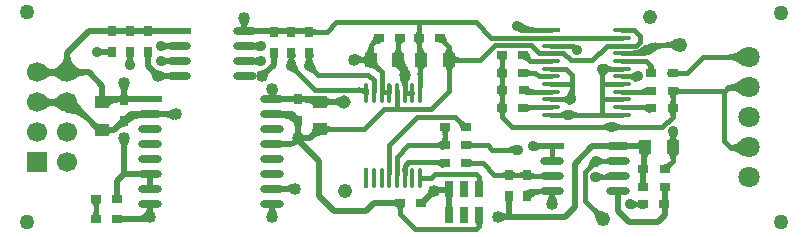
<source format=gtl>
%FSTAX23Y23*%
%MOIN*%
%SFA1B1*%

%IPPOS*%
%ADD10C,0.020000*%
%ADD11C,0.015000*%
%ADD12R,0.035400X0.031500*%
%ADD13R,0.031500X0.035400*%
%ADD14R,0.080000X0.024000*%
%ADD15O,0.080000X0.024000*%
%ADD16R,0.041300X0.051200*%
%ADD17R,0.051200X0.041300*%
%ADD18O,0.060000X0.015000*%
%ADD19R,0.060000X0.015000*%
%ADD20O,0.080000X0.025000*%
%ADD21O,0.015700X0.066900*%
%ADD22R,0.015700X0.066900*%
%ADD23R,0.027600X0.057100*%
%ADD24C,0.066900*%
%ADD25R,0.066900X0.066900*%
%ADD26C,0.050000*%
%ADD27C,0.048000*%
%ADD28C,0.070900*%
%ADD29C,0.035000*%
%ADD30C,0.045000*%
%ADD31C,0.040000*%
%LNcn0349-1*%
%LPD*%
G54D10*
X01628Y00076D02*
D01*
D01*
G75*
G03X01645Y00069I00017J00017D01*
G74*G01*
D01*
D01*
G75*
G03X01628Y00061I-0J-00023D01*
G74*G01*
X00538Y00402D02*
D01*
D01*
G75*
G03X00521Y0041I-00017J-00017D01*
G74*G01*
D01*
D01*
G75*
G03X00538Y00417I0J00023D01*
G74*G01*
X00503Y00643D02*
D01*
D01*
G75*
G03X00516Y00638I00012J00012D01*
G74*G01*
D01*
D01*
G75*
G03X00503Y00632I0J-00018D01*
G74*G01*
X00288Y00623D02*
D01*
D01*
G75*
G03X00303Y00617I00015J00015D01*
G74*G01*
X00504Y00593D02*
D01*
D01*
G75*
G03X00517Y00588I00012J00012D01*
G74*G01*
D01*
D01*
G75*
G03X00504Y00582I0J-00018D01*
G74*G01*
X00494Y00545D02*
D01*
D01*
G75*
G03X00511Y00538I00017J00017D01*
G74*G01*
D01*
D01*
G75*
G03X00494Y0053I-0J-00023D01*
G74*G01*
X00477Y00538D02*
D01*
D01*
G75*
G03X0047Y00553I-00021J-0D01*
G74*G01*
X00468Y00555D02*
D01*
D01*
G75*
G03X00487Y00548I00018J00018D01*
G74*G01*
X00388Y0058D02*
D01*
D01*
G75*
G03X00394Y00593I-00012J00012D01*
G74*G01*
D01*
D01*
G75*
G03X00399Y0058I00018J0D01*
G74*G01*
X00419Y00061D02*
D01*
D01*
G75*
G03X00452Y00075I0J00047D01*
G74*G01*
D01*
D01*
G75*
G03X0046Y00092I-00017J00017D01*
G74*G01*
D01*
D01*
G75*
G03X00467Y00075I00023J-0D01*
G74*G01*
X00876Y00488D02*
D01*
D01*
G75*
G03X00869Y00472I00016J-00016D01*
G74*G01*
Y0047D02*
D01*
D01*
G75*
G03X00861Y00488I-00025J0D01*
G74*G01*
Y00076D02*
D01*
D01*
G75*
G03X00869Y00094I-00017J00018D01*
G74*G01*
Y00092D02*
D01*
D01*
G75*
G03X00876Y00076I00022J-0D01*
G74*G01*
X00954Y00322D02*
D01*
D01*
G75*
G03X00936Y00314I0J-00024D01*
G74*G01*
X00782Y00722D02*
D01*
D01*
G75*
G03X00775Y00705I00017J-00017D01*
G74*G01*
D01*
D01*
G75*
G03X00767Y00722I-00023J0D01*
G74*G01*
X01148Y006D02*
D01*
D01*
G75*
G03X01167Y00592I00019J00019D01*
G74*G01*
X01162D02*
D01*
D01*
G75*
G03X01148Y00585I-0J-00020D01*
G74*G01*
X00382Y00507D02*
D01*
D01*
G75*
G03X00374Y00488I00019J-00019D01*
G74*G01*
Y00493D02*
D01*
D01*
G75*
G03X00367Y00507I-00020J0D01*
G74*G01*
X00382Y00322D02*
D01*
D01*
G75*
G03X00375Y00305I00017J-00017D01*
G74*G01*
D01*
D01*
G75*
G03X00367Y00322I-00023J0D01*
G74*G01*
X00914Y00161D02*
D01*
D01*
G75*
G03X00935Y0017I0J00030D01*
G74*G01*
X01098Y00443D02*
D01*
D01*
G75*
G03X01075Y00452I-00022J-00022D01*
G74*G01*
X01078D02*
D01*
D01*
G75*
G03X01098Y0046I-0J00028D01*
G74*G01*
X00101Y00466D02*
D01*
D01*
G75*
G03X00141Y0045I00040J00040D01*
G74*G01*
D01*
D01*
G75*
G03X00101Y00433I-0J-00056D01*
G74*G01*
Y00566D02*
D01*
D01*
G75*
G03X00141Y0055I00040J00040D01*
G74*G01*
D01*
D01*
G75*
G03X00101Y00533I-0J-00056D01*
G74*G01*
X00216Y00433D02*
D01*
D01*
G75*
G03X00185Y00446I-00031J-00031D01*
G74*G01*
X0025Y00399D02*
D01*
D01*
G75*
G03X00185Y00426I-00065J-00065D01*
G74*G01*
X00168Y00433D02*
D01*
D01*
G75*
G03X00128Y0045I-00040J-00040D01*
G74*G01*
D01*
D01*
G75*
G03X00168Y00466I0J00056D01*
G74*G01*
X00201Y00566D02*
D01*
D01*
G75*
G03X00241Y0055I00040J00040D01*
G74*G01*
D01*
D01*
G75*
G03X00201Y00533I-0J-00056D01*
G74*G01*
X00168Y00566D02*
D01*
D01*
G75*
G03X00185Y00606I-00040J00040D01*
G74*G01*
D01*
D01*
G75*
G03X00201Y00566I00056J-0D01*
G74*G01*
X00168Y00533D02*
D01*
D01*
G75*
G03X00128Y0055I-00040J-00040D01*
G74*G01*
D01*
D01*
G75*
G03X00168Y00566I0J00056D01*
G74*G01*
X02103Y00232D02*
D01*
D01*
G75*
G03X02108Y00244I-00012J00012D01*
G74*G01*
X02119Y00288D02*
D01*
D01*
G75*
G03X02108Y0026I00027J-00027D01*
G74*G01*
X02104Y00298D02*
D01*
D01*
G75*
G03X0209Y00304I-00013J-00013D01*
G74*G01*
X02081D02*
D01*
D01*
G75*
G03X02104Y00313I-0J00032D01*
G74*G01*
X00857Y00688D02*
D01*
D01*
G75*
G03X00868Y00692I0J00016D01*
G74*G01*
X00877D02*
D01*
D01*
G75*
G03X00888Y00688I00011J00011D01*
G74*G01*
X00354Y0046D02*
D01*
D01*
G75*
G03X00313Y00443I0J-00058D01*
G74*G01*
X00293Y00458D02*
D01*
D01*
G75*
G03X00301Y00476I-00017J00018D01*
G74*G01*
D01*
D01*
G75*
G03X00308Y00458I00025J0D01*
G74*G01*
X0027Y00379D02*
D01*
D01*
G75*
G03X00296Y00368I00025J00024D01*
G74*G01*
X00313Y00365D02*
D01*
D01*
G75*
G03X00331Y00358I00018J00017D01*
G74*G01*
D01*
D01*
G75*
G03X00313Y0035I0J-00025D01*
G74*G01*
X00438Y0041D02*
D01*
D01*
G75*
G03X00378Y00385I-0J-00084D01*
G74*G01*
X00374Y00379D02*
D01*
D01*
G75*
G03X00355Y00371I0J-00025D01*
G74*G01*
X00374Y00394D02*
D01*
D01*
G75*
G03X00387Y004I0J00018D01*
G74*G01*
X0104Y0046D02*
D01*
D01*
G75*
G03X01058Y00452I00018J00018D01*
G74*G01*
D01*
D01*
G75*
G03X0104Y00445I0J-00025D01*
G74*G01*
X01015D02*
D01*
D01*
G75*
G03X00979Y0046I-00036J-00036D01*
G74*G01*
X01023Y00349D02*
D01*
D01*
G75*
G03X01001Y0034I0J-00030D01*
G74*G01*
X01006Y00345D02*
D01*
D01*
G75*
G03X01012Y0036I-00014J00014D01*
G74*G01*
X0095Y00387D02*
D01*
D01*
G75*
G03X00895Y0041I-00055J-00055D01*
G74*G01*
X00941Y00402D02*
D01*
D01*
G75*
G03X00955Y00396I00013J00013D01*
G74*G01*
X01188Y00584D02*
D01*
D01*
G75*
G03X0117Y00592I-00018J-00017D01*
G74*G01*
D01*
D01*
G75*
G03X01188Y00599I-0J00026D01*
G74*G01*
X00975Y00688D02*
D01*
D01*
G75*
G03X00986Y00692I0J00016D01*
G74*G01*
X00916Y00688D02*
D01*
D01*
G75*
G03X00927Y00692I0J00016D01*
G74*G01*
X00936D02*
D01*
D01*
G75*
G03X00947Y00688I00011J00011D01*
G74*G01*
X01408Y00157D02*
X01457D01*
X01365Y00114D02*
X01366D01*
X01408Y00156*
Y00157*
X00954Y00325D02*
X01025Y00254D01*
Y00137D02*
Y00254D01*
Y00137D02*
X01075Y00087D01*
X01181*
X01208Y00114*
X02108Y00303D02*
X02109Y00304D01*
X02108Y00227D02*
Y00303D01*
Y00227D02*
X02112Y00223D01*
X01106Y00452D02*
X01107Y00452D01*
X01028Y00452D02*
X01106D01*
X01845Y00069D02*
X01876Y001D01*
X01621Y00069D02*
X01845D01*
X01658Y00069D02*
Y00137D01*
X01294Y00113D02*
X01294Y00114D01*
X01208D02*
X01294D01*
X01457Y00069D02*
Y00157D01*
X00954Y00332D02*
X00993D01*
X01021Y0036*
X00955Y00333D02*
Y00389D01*
X00941Y00161D02*
X00943Y00163D01*
X0087Y00161D02*
X00941D01*
X00869Y0016D02*
X0087Y00161D01*
X00869Y00494D02*
X00871Y00496D01*
X00869Y0046D02*
Y00494D01*
X00873Y00575D02*
Y00614D01*
X00845Y00547D02*
X00873Y00575D01*
X00373Y0021D02*
X00375D01*
X00351Y00188D02*
X00373Y0021D01*
X00351Y00127D02*
Y00188D01*
X00375Y0021D02*
X0046D01*
X00375D02*
Y0033D01*
X00374Y0046D02*
X0046D01*
X00301D02*
X00374D01*
Y00504*
Y00458D02*
Y0046D01*
Y00504D02*
X00375Y00505D01*
X00283Y00618D02*
X00284Y00617D01*
X00335*
X01934Y00304D02*
X02021D01*
X01142Y00592D02*
X01196D01*
X00776Y00688D02*
X00989D01*
X00775Y00689D02*
X00776Y00688D01*
X00871Y00616D02*
X00873Y00614D01*
X00775Y00689D02*
Y0073D01*
X00934Y0041D02*
X00955Y00389D01*
X00869Y0041D02*
X00934D01*
X00955Y0046D02*
X0102D01*
X00869D02*
X00955D01*
X0102D02*
X01028Y00452D01*
X00869Y00072D02*
Y0011D01*
X00483Y00533D02*
Y00541D01*
X00453Y00571D02*
X00483Y00541D01*
X00453Y00571D02*
Y00617D01*
X00256Y00687D02*
X00335D01*
X00185Y00616D02*
X00256Y00687D01*
X00185Y0055D02*
Y00616D01*
X00335Y00688D02*
X00556D01*
X00452Y00061D02*
X0046Y00069D01*
Y0016D02*
Y0021D01*
X00085Y0055D02*
X00185D01*
X00301Y00358D02*
X00342D01*
X00372Y00388D02*
Y00391D01*
X00342Y00358D02*
X00372Y00388D01*
X00374Y00387D02*
X00396Y0041D01*
X00301Y00458D02*
Y00505D01*
X00351Y00061D02*
X00452D01*
X0046Y00068D02*
Y0011D01*
X00394Y00575D02*
Y00617D01*
X00488Y00538D02*
X00556D01*
X00499Y00588D02*
X00556D01*
X00335Y00687D02*
X00335Y00688D01*
X00498Y00638D02*
X00556D01*
X00085Y0045D02*
X00185D01*
X002D02*
X00301Y00349D01*
X00185Y0045D02*
X002D01*
X00396Y0041D02*
X00462D01*
X00256Y0055D02*
X00301Y00505D01*
X00185Y0055D02*
X00256D01*
X02021Y00304D02*
X02109D01*
X02176Y0011D02*
Y00169D01*
X02175Y0011D02*
X02176Y0011D01*
X02105Y00169D02*
Y00228D01*
X02021Y00087D02*
Y00154D01*
Y00087D02*
X02057Y00051D01*
X02153*
X02176Y00074*
Y0011*
X00869Y0031D02*
X00932D01*
X01876Y001D02*
Y00246D01*
X01934Y00304*
X0046Y0041D02*
X00546D01*
G54D11*
X01976Y0057D02*
D01*
D01*
G75*
G03X01993Y00563I00017J00017D01*
G74*G01*
D01*
D01*
G75*
G03X01976Y00556I0J-00024D01*
G74*G01*
D01*
D01*
G75*
G03X01969Y00538I00017J-00017D01*
G74*G01*
D01*
D01*
G75*
G03X01961Y00556I-00024J-0D01*
G74*G01*
X02068Y00117D02*
D01*
D01*
G75*
G03X02085Y0011I00017J00017D01*
G74*G01*
D01*
D01*
G75*
G03X02068Y00102I-0J-00023D01*
G74*G01*
X02078Y00529D02*
D01*
D01*
G75*
G03X0206Y00537I-00018J-00018D01*
G74*G01*
X02063D02*
D01*
D01*
G75*
G03X02078Y00544I0J00022D01*
G74*G01*
X01745Y00311D02*
D01*
D01*
G75*
G03X01762Y00304I00017J00017D01*
G74*G01*
D01*
D01*
G75*
G03X01745Y00296I-0J-00023D01*
G74*G01*
X01849Y00402D02*
D01*
D01*
G75*
G03X01832Y00409I-00017J-00017D01*
G74*G01*
D01*
D01*
G75*
G03X01849Y00416I0J00023D01*
G74*G01*
X01864D02*
D01*
D01*
G75*
G03X01881Y00409I00017J00017D01*
G74*G01*
D01*
D01*
G75*
G03X01864Y00402I-0J-00023D01*
G74*G01*
X01678Y00285D02*
D01*
D01*
G75*
G03X01661Y00293I-00017J-00017D01*
G74*G01*
D01*
D01*
G75*
G03X01678Y003I0J00023D01*
G74*G01*
Y00285D02*
D01*
D01*
G75*
G03X01661Y00293I-00017J-00017D01*
G74*G01*
D01*
D01*
G75*
G03X01678Y003I0J00023D01*
G74*G01*
X01857Y00453D02*
D01*
D01*
G75*
G03X01841Y0046I-00016J-00016D01*
G74*G01*
X0184D02*
D01*
D01*
G75*
G03X01857Y00468I0J00025D01*
G74*G01*
D01*
D01*
G75*
G03X01866Y00487I-00019J00019D01*
G74*G01*
Y00482D02*
D01*
D01*
G75*
G03X01872Y00468I00020J-0D01*
G74*G01*
X01946Y00244D02*
D01*
D01*
G75*
G03X01928Y00236I0J-00024D01*
G74*G01*
D01*
D01*
G75*
G03X01936Y00254I-00017J00017D01*
G74*G01*
X01953Y00261D02*
D01*
D01*
G75*
G03X0197Y00254I00017J00017D01*
G74*G01*
D01*
D01*
G75*
G03X01953Y00246I-0J-00023D01*
G74*G01*
X01993Y00361D02*
D01*
D01*
G75*
G03X01976Y00369I-00017J-00017D01*
G74*G01*
D01*
D01*
G75*
G03X01993Y00376I0J00023D01*
G74*G01*
X02008D02*
D01*
D01*
G75*
G03X02025Y00369I00017J00017D01*
G74*G01*
D01*
D01*
G75*
G03X02008Y00361I-0J-00023D01*
G74*G01*
X01952Y00209D02*
D01*
D01*
G75*
G03X01969Y00202I00017J00017D01*
G74*G01*
D01*
D01*
G75*
G03X01952Y00194I-0J-00023D01*
G74*G01*
X01792Y00121D02*
D01*
D01*
G75*
G03X01801Y00143I-00021J00021D01*
G74*G01*
D01*
D01*
G75*
G03X01809Y00121I00030J0D01*
G74*G01*
X0168Y00701D02*
D01*
D01*
G75*
G03X01705Y00691I00025J00025D01*
G74*G01*
X01691Y00712D02*
D01*
D01*
G75*
G03X01741Y00691I00050J00050D01*
G74*G01*
X00824Y0058D02*
D01*
D01*
G75*
G03X00807Y00588I-00017J-00017D01*
G74*G01*
D01*
D01*
G75*
G03X00824Y00595I0J00023D01*
G74*G01*
X00984Y00579D02*
D01*
D01*
G75*
G03X00991Y00593I-00014J00014D01*
G74*G01*
Y00598D02*
D01*
D01*
G75*
G03X00999Y00579I00027J-0D01*
G74*G01*
X01002Y00572D02*
D01*
D01*
G75*
G03X01009Y00554I00024J0D01*
G74*G01*
D01*
D01*
G75*
G03X00992Y00562I-00017J-00017D01*
G74*G01*
X00822Y0063D02*
D01*
D01*
G75*
G03X00805Y00638I-00017J-00017D01*
G74*G01*
D01*
D01*
G75*
G03X00822Y00645I0J00023D01*
G74*G01*
X00942Y00572D02*
D01*
D01*
G75*
G03X00949Y00553I00026J-0D01*
G74*G01*
X00947Y00555D02*
D01*
D01*
G75*
G03X00932Y00562I-00015J-00015D01*
G74*G01*
X00924Y00579D02*
D01*
D01*
G75*
G03X00932Y00596I-00017J00017D01*
G74*G01*
D01*
D01*
G75*
G03X00939Y00579I00023J-0D01*
G74*G01*
X01312Y00539D02*
D01*
D01*
G75*
G03X01299Y00575I-00045J00003D01*
G74*G01*
X01318Y00531D02*
D01*
D01*
G75*
G03X0131Y00509I00021J-00021D01*
G74*G01*
D01*
D01*
G75*
G03X01301Y00531I-00030J-0D01*
G74*G01*
X01302Y0055D02*
D01*
D01*
G75*
G03X0131Y00565I-00011J00014D01*
G74*G01*
D01*
D01*
G75*
G03X01317Y0055I00018J0D01*
G74*G01*
X02212Y00347D02*
D01*
D01*
G75*
G03X02204Y00329I00018J-00018D01*
G74*G01*
Y00332D02*
D01*
D01*
G75*
G03X02197Y00347I-00022J0D01*
G74*G01*
X02146Y00642D02*
D01*
D01*
G75*
G03X02116Y00629I-0J-00042D01*
G74*G01*
X02182Y00642D02*
D01*
D01*
G75*
G03X02127Y00618I-0J-00078D01*
G74*G01*
X02103Y00614D02*
D01*
D01*
G75*
G03X02123Y00622I0J00027D01*
G74*G01*
X02067Y00614D02*
D01*
D01*
G75*
G03X02112Y00633I0J00064D01*
G74*G01*
X02437Y00281D02*
D01*
D01*
G75*
G03X02397Y00299I-00040J-00039D01*
G74*G01*
D01*
D01*
G75*
G03X02435Y00318I0J00049D01*
G74*G01*
X02438Y00481D02*
D01*
D01*
G75*
G03X02395Y00499I-00043J-00043D01*
G74*G01*
X02422D02*
D01*
D01*
G75*
G03X02448Y0051I0J00037D01*
G74*G01*
X02386Y00499D02*
D01*
D01*
G75*
G03X02438Y0052I-0J00073D01*
G74*G01*
Y00581D02*
D01*
D01*
G75*
G03X02388Y00602I-00050J-00050D01*
G74*G01*
X02393D02*
D01*
D01*
G75*
G03X02438Y0062I0J00063D01*
G74*G01*
X01955Y00062D02*
D01*
D01*
G75*
G03X01944Y00088I-00037J-0D01*
G74*G01*
X01942Y0009D02*
D01*
D01*
G75*
G03X01972Y00078I00029J00029D01*
G74*G01*
X02214Y0063D02*
D01*
D01*
G75*
G03X02186Y00642I-00028J-00028D01*
G74*G01*
D01*
D01*
G75*
G03X02214Y00653I0J00039D01*
G74*G01*
X01552Y00172D02*
D01*
D01*
G75*
G03X01557Y00183I-00010J00010D01*
G74*G01*
D01*
D01*
G75*
G03X01561Y00172I00015J0D01*
G74*G01*
Y00053D02*
D01*
D01*
G75*
G03X01557Y00043I00010J-00010D01*
G74*G01*
D01*
D01*
G75*
G03X01552Y00053I-00015J-0D01*
G74*G01*
X01503Y00367D02*
D01*
D01*
G75*
G03X01496Y00383I-00023J-0D01*
G74*G01*
X015Y0038D02*
D01*
D01*
G75*
G03X01511Y00375I00011J00011D01*
G74*G01*
X0145Y00361D02*
D01*
D01*
G75*
G03X01444Y00344I00016J-00016D01*
G74*G01*
Y00349D02*
D01*
D01*
G75*
G03X01439Y00361I-00016J-0D01*
G74*G01*
X0132Y00248D02*
D01*
D01*
G75*
G03X0131Y00223I00024J-00025D01*
G74*G01*
X01181Y00483D02*
D01*
D01*
G75*
G03X01158Y00493I-00023J-00023D01*
G74*G01*
X02097Y00104D02*
D01*
D01*
G75*
G03X02083Y0011I-00013J-00013D01*
G74*G01*
D01*
D01*
G75*
G03X02097Y00115I-0J00020D01*
G74*G01*
X02124Y00553D02*
D01*
D01*
G75*
G03X02131Y00569I-00016J00016D01*
G74*G01*
Y00565D02*
D01*
D01*
G75*
G03X02136Y00553I00017J0D01*
G74*G01*
X0221D02*
D01*
D01*
G75*
G03X02224Y00548I00013J00013D01*
G74*G01*
D01*
D01*
G75*
G03X0221Y00542I0J-00020D01*
G74*G01*
X02103Y00486D02*
D01*
D01*
G75*
G03X02124Y00494I-0J00029D01*
G74*G01*
X0221D02*
D01*
D01*
G75*
G03X02224Y00489I00013J00013D01*
G74*G01*
D01*
D01*
G75*
G03X0221Y00483I0J-00020D01*
G74*G01*
X02208D02*
D01*
D01*
G75*
G03X02203Y00469I00013J-00013D01*
G74*G01*
D01*
D01*
G75*
G03X02197Y00483I-00020J-0D01*
G74*G01*
X01735Y00435D02*
D01*
D01*
G75*
G03X01713Y00426I-0J-00030D01*
G74*G01*
X01629Y00437D02*
D01*
D01*
G75*
G03X01635Y00451I-00013J00013D01*
G74*G01*
D01*
D01*
G75*
G03X0164Y00437I00020J0D01*
G74*G01*
Y00426D02*
D01*
D01*
G75*
G03X01635Y00412I00013J-00013D01*
G74*G01*
D01*
D01*
G75*
G03X01629Y00426I-00020J-0D01*
G74*G01*
X02124Y00424D02*
D01*
D01*
G75*
G03X02098Y00435I-00026J-00026D01*
G74*G01*
X02208Y00424D02*
D01*
D01*
G75*
G03X02203Y0041I00013J-00013D01*
G74*G01*
D01*
D01*
G75*
G03X02197Y00424I-00020J-0D01*
G74*G01*
Y00435D02*
D01*
D01*
G75*
G03X02203Y00449I-00013J00013D01*
G74*G01*
D01*
D01*
G75*
G03X02208Y00435I00020J0D01*
G74*G01*
X01641Y00485D02*
D01*
D01*
G75*
G03X01635Y0047I00014J-00014D01*
G74*G01*
Y00471D02*
D01*
D01*
G75*
G03X01629Y00485I-00019J-0D01*
G74*G01*
Y00496D02*
D01*
D01*
G75*
G03X01635Y0051I-00013J00013D01*
G74*G01*
Y00511D02*
D01*
D01*
G75*
G03X01641Y00496I00020J-0D01*
G74*G01*
X01713D02*
D01*
D01*
G75*
G03X0174Y00485I00026J00026D01*
G74*G01*
X01713Y00554D02*
D01*
D01*
G75*
G03X01727Y00549I00013J00013D01*
G74*G01*
D01*
D01*
G75*
G03X01713Y00543I-0J-00019D01*
G74*G01*
X0164D02*
D01*
D01*
G75*
G03X01635Y00529I00013J-00013D01*
G74*G01*
D01*
D01*
G75*
G03X01629Y00543I-00020J-0D01*
G74*G01*
Y00554D02*
D01*
D01*
G75*
G03X01635Y00568I-00013J00013D01*
G74*G01*
D01*
D01*
G75*
G03X0164Y00554I00020J0D01*
G74*G01*
X01716Y00609D02*
D01*
D01*
G75*
G03X01722Y00593I00022J0D01*
G74*G01*
X0172Y00595D02*
D01*
D01*
G75*
G03X01707Y006I-00012J-00012D01*
G74*G01*
X0164Y00603D02*
D01*
D01*
G75*
G03X01635Y00589I00013J-00013D01*
G74*G01*
D01*
D01*
G75*
G03X01629Y00603I-00020J-0D01*
G74*G01*
X02178Y00236D02*
D01*
D01*
G75*
G03X0219Y00241I0J00017D01*
G74*G01*
X02192Y00243D02*
D01*
D01*
G75*
G03X02186Y00228I00015J-00015D01*
G74*G01*
X02195Y00315D02*
D01*
D01*
G75*
G03X02204Y00337I-00022J00022D01*
G74*G01*
D01*
D01*
G75*
G03X02213Y00315I00031J0D01*
G74*G01*
Y00286D02*
D01*
D01*
G75*
G03X02204Y00264I00022J-00022D01*
G74*G01*
D01*
D01*
G75*
G03X02195Y00286I-00031J-0D01*
G74*G01*
X01439Y00665D02*
D01*
D01*
G75*
G03X01446Y00647I00024J-0D01*
G74*G01*
X01441Y00652D02*
D01*
D01*
G75*
G03X0143Y00656I-00010J-00011D01*
G74*G01*
X01352Y0067D02*
D01*
D01*
G75*
G03X01358Y00684I-00013J00013D01*
G74*G01*
D01*
D01*
G75*
G03X01363Y0067I00020J0D01*
G74*G01*
Y00659D02*
D01*
D01*
G75*
G03X01358Y00645I00013J-00013D01*
G74*G01*
D01*
D01*
G75*
G03X01352Y00659I-00020J-0D01*
G74*G01*
X01358Y00646D02*
D01*
D01*
G75*
G03X01374Y00606I00057J0D01*
G74*G01*
Y00577D02*
D01*
D01*
G75*
G03X01361Y00544I00033J-00033D01*
G74*G01*
Y00566D02*
D01*
D01*
G75*
G03X01356Y00577I-00016J-0D01*
G74*G01*
X01467Y00601D02*
D01*
D01*
G75*
G03X01489Y00592I00022J00022D01*
G74*G01*
D01*
D01*
G75*
G03X01467Y00582I0J-00031D01*
G74*G01*
Y00577D02*
D01*
D01*
G75*
G03X01458Y00555I00022J-00022D01*
G74*G01*
D01*
D01*
G75*
G03X01448Y00577I-00031J-0D01*
G74*G01*
Y00606D02*
D01*
D01*
G75*
G03X01458Y00628I-00022J00022D01*
G74*G01*
D01*
D01*
G75*
G03X01467Y00606I00031J0D01*
G74*G01*
X00274Y00066D02*
D01*
D01*
G75*
G03X0028Y0008I-00013J00013D01*
G74*G01*
D01*
D01*
G75*
G03X00286Y00066I00019J-0D01*
G74*G01*
Y00121D02*
D01*
D01*
G75*
G03X0028Y00107I00014J-00014D01*
G74*G01*
D01*
D01*
G75*
G03X00274Y00121I-00020J-0D01*
G74*G01*
X01977Y00202D02*
D01*
D01*
G75*
G03X01989Y00207I0J00017D01*
G74*G01*
X01042Y00369D02*
D01*
D01*
G75*
G03X01064Y0036I00022J00022D01*
G74*G01*
D01*
D01*
G75*
G03X01042Y0035I0J-00031D01*
G74*G01*
X01222Y00656D02*
D01*
D01*
G75*
G03X01204Y00649I0J-00025D01*
G74*G01*
X01209Y00654D02*
D01*
D01*
G75*
G03X01213Y00665I-00010J00010D01*
G74*G01*
X01298Y00659D02*
D01*
D01*
G75*
G03X01288Y00634I00025J-00025D01*
G74*G01*
X01301Y00586D02*
D01*
D01*
G75*
G03X01309Y00565I00027J-00001D01*
G74*G01*
D01*
D01*
G75*
G03X01288Y00573I-00020J-00020D01*
G74*G01*
X01279Y00606D02*
D01*
D01*
G75*
G03X01288Y00628I-00022J00022D01*
G74*G01*
D01*
D01*
G75*
G03X01297Y00606I00031J0D01*
G74*G01*
X0131Y00557D02*
D01*
D01*
G75*
G03X01289Y00588I-00033J-0D01*
G74*G01*
X0131Y00535D02*
D01*
D01*
G75*
G03X01283Y00574I-00042J-0D01*
G74*G01*
X01209Y00587D02*
D01*
D01*
G75*
G03X01217Y00567I00027J0D01*
G74*G01*
X01221Y00563D02*
D01*
D01*
G75*
G03X01196Y00573I-00025J-00025D01*
G74*G01*
X01186Y00606D02*
D01*
D01*
G75*
G03X01196Y00628I-00022J00022D01*
G74*G01*
D01*
D01*
G75*
G03X01205Y00606I00031J0D01*
G74*G01*
X01521Y00313D02*
D01*
D01*
G75*
G03X01535Y00308I00013J00013D01*
G74*G01*
D01*
D01*
G75*
G03X01521Y00302I-0J-00019D01*
G74*G01*
X01435D02*
D01*
D01*
G75*
G03X01423Y00307I-00011J-00011D01*
G74*G01*
X01418D02*
D01*
D01*
G75*
G03X01435Y00313I-0J00023D01*
G74*G01*
X01439D02*
D01*
D01*
G75*
G03X01444Y00325I-00012J00011D01*
G74*G01*
Y0033D02*
D01*
D01*
G75*
G03X0145Y00313I00023J0D01*
G74*G01*
X01521Y00254D02*
D01*
D01*
G75*
G03X01538Y00248I00016J00016D01*
G74*G01*
X01533D02*
D01*
D01*
G75*
G03X01521Y00243I-0J-00016D01*
G74*G01*
X01435D02*
D01*
D01*
G75*
G03X01418Y0025I-00016J-00016D01*
G74*G01*
X01423D02*
D01*
D01*
G75*
G03X01435Y00254I-0J00016D01*
G74*G01*
X01711Y00203D02*
D01*
D01*
G75*
G03X01696Y00209I-00014J-00014D01*
G74*G01*
X01697D02*
D01*
D01*
G75*
G03X01711Y00214I-0J00019D01*
G74*G01*
X01722Y00212D02*
D01*
D01*
G75*
G03X01743Y00204I00020J00020D01*
G74*G01*
X01734Y00154D02*
D01*
D01*
G75*
G03X01712Y00144I0J-00031D01*
G74*G01*
X0177Y00154D02*
D01*
D01*
G75*
G03X01722Y00134I0J-00067D01*
G74*G01*
X01663Y00214D02*
D01*
D01*
G75*
G03X01677Y00209I00013J00013D01*
G74*G01*
D01*
D01*
G75*
G03X01663Y00203I0J-00020D01*
G74*G01*
X01652D02*
D01*
D01*
G75*
G03X01638Y00209I-00013J-00013D01*
G74*G01*
D01*
D01*
G75*
G03X01652Y00214I-0J00020D01*
G74*G01*
X00996Y00692D02*
D01*
D01*
G75*
G03X0101Y00686I00013J00013D01*
G74*G01*
D01*
D01*
G75*
G03X00996Y00681I-0J-00019D01*
G74*G01*
Y00608D02*
D01*
D01*
G75*
G03X00991Y00594I00013J-00013D01*
G74*G01*
D01*
D01*
G75*
G03X00985Y00608I-00020J-0D01*
G74*G01*
X00937D02*
D01*
D01*
G75*
G03X00932Y00594I00013J-00013D01*
G74*G01*
D01*
D01*
G75*
G03X00926Y00608I-00020J-0D01*
G74*G01*
X013Y00108D02*
D01*
D01*
G75*
G03X01294Y00093I00014J-00014D01*
G74*G01*
Y00094D02*
D01*
D01*
G75*
G03X01288Y00108I-00019J-0D01*
G74*G01*
X01411Y00211D02*
X01547D01*
X01398Y00198D02*
X01411Y00211D01*
X01361Y00198D02*
X01398D01*
X01547Y00028D02*
X01557Y00038D01*
X01343Y00028D02*
X01547D01*
X01294Y00077D02*
X01343Y00028D01*
X01547Y00211D02*
X01557Y00201D01*
Y00038D02*
Y00069D01*
Y00157D02*
Y00201D01*
X0157Y00248D02*
X01609Y00209D01*
X0153Y00248D02*
X0157D01*
X01241Y00427D02*
X01398D01*
X01458Y00487*
X01351Y00401D02*
X01479D01*
X01258Y00308D02*
X01351Y00401D01*
X01479D02*
X01512Y00368D01*
X01284Y00428D02*
Y00483D01*
X01175Y00361D02*
X01241Y00427D01*
X0131Y00539D02*
X0131Y00539D01*
X0131Y00483D02*
Y00539D01*
X02386Y00499D02*
X02432D01*
X02376Y00489D02*
X02386Y00499D01*
X02203Y00489D02*
X02376D01*
X01705Y00549D02*
X01745D01*
X01757Y00537*
X01732Y00641D02*
X01759Y00614D01*
X0161Y00641D02*
X01732D01*
X01561Y00592D02*
X0161Y00641D01*
X01458Y00592D02*
X01561D01*
X01598Y00665D02*
X01798D01*
X01546Y00718D02*
X01598Y00665D01*
X01196Y00589D02*
X01233Y00552D01*
Y00484D02*
Y00552D01*
Y00484D02*
X01259D01*
X0131Y00483D02*
X01335D01*
X02135Y00642D02*
X02226D01*
X02107Y00614D02*
X02135Y00642D01*
X02035Y00614D02*
X02107D01*
X0101Y00493D02*
X01182D01*
X00932Y00571D02*
X0101Y00493D01*
X01294Y00077D02*
Y00113D01*
X01021Y0036D02*
X01174D01*
X01865Y00461D02*
X01866Y00462D01*
X01864Y0046D02*
X01865Y00461D01*
X01911Y00122D02*
Y00219D01*
X01946Y00254*
X01288Y00658D02*
X01295Y00665D01*
X01288Y00592D02*
Y00658D01*
X0131Y0054D02*
Y00565D01*
X01288Y00586D02*
X0131Y00565D01*
X01288Y00586D02*
Y00592D01*
X0131Y0054D02*
X0131Y00539D01*
X02203Y00403D02*
Y0043D01*
X02169Y00369D02*
X02203Y00403D01*
X02176Y00227D02*
X02204Y00255D01*
Y00301D02*
Y00346D01*
X02203Y0043D02*
Y00489D01*
X01946Y00254D02*
X01957Y00253D01*
X01946Y00254D02*
X02021D01*
X01866Y00462D02*
Y00513D01*
X01798Y0046D02*
X01864D01*
X01866Y00513D02*
Y00543D01*
X01846Y00563D02*
X01866Y00543D01*
X01798Y00563D02*
X01846D01*
X02397Y00299D02*
X02432D01*
X02375Y00321D02*
X02397Y00299D01*
X02375Y00321D02*
Y00489D01*
X02432Y00299D02*
X02453Y00278D01*
X02432Y00499D02*
X02453Y00478D01*
X02304Y00602D02*
X02429D01*
X0225Y00548D02*
X02304Y00602D01*
X02192Y00548D02*
X0225D01*
X02429Y00602D02*
X02453Y00578D01*
X01141Y00593D02*
X01142Y00592D01*
X01196Y00589D02*
Y00592D01*
X0122Y00665D02*
X01224D01*
X01196Y00641D02*
X0122Y00665D01*
X01196Y00592D02*
Y00641D01*
X01358Y00716D02*
X0136Y00718D01*
X01082D02*
X0136D01*
X01358Y00665D02*
Y00716D01*
X0105Y00686D02*
X01082Y00718D01*
X00991Y00686D02*
X0105D01*
X01358Y00599D02*
X01365Y00592D01*
X01358Y00599D02*
Y00665D01*
X00992Y00572D02*
X01021Y00542D01*
X00991Y00571D02*
D01*
X01969Y00459D02*
Y00509D01*
X01971Y00511*
X02035*
X01864D02*
X01866Y00513D01*
X01798Y00511D02*
X01864D01*
X00932Y00572D02*
Y00616D01*
X00776Y00638D02*
X00829D01*
X00776Y00588D02*
X00829D01*
X0028Y0007D02*
Y00134D01*
X0136Y00718D02*
X01546D01*
X01428Y00665D02*
X01458Y00635D01*
Y00592D02*
Y00635D01*
X01798Y00614D02*
X01839D01*
X01798Y00665D02*
X02035D01*
X01883Y0062D02*
X01884Y00621D01*
Y00626*
X01798Y00639D02*
X01871D01*
X01882Y00629*
X01883*
X02035Y00691D02*
X02075D01*
X02094Y00652D02*
Y00672D01*
X02075Y00691D02*
X02094Y00672D01*
X01839Y00614D02*
X01863Y00591D01*
X01935*
X01969Y00459D02*
X0197Y0046D01*
X0197Y0046D02*
X02035D01*
X01969Y00459D02*
X0197Y0046D01*
X01969Y00409D02*
Y00459D01*
Y00409D02*
X02035D01*
Y00435D02*
X02116D01*
X02121Y0043*
X01609Y00209D02*
X01711D01*
X01716Y00204D02*
X01801D01*
X01711Y00209D02*
X01716Y00204D01*
X01728Y00154D02*
X01801D01*
X01712Y00138D02*
X01728Y00154D01*
X01801Y00113D02*
Y00154D01*
X02019Y00202D02*
X02021Y00204D01*
X01945Y00202D02*
X02019D01*
X01801Y00254D02*
Y00304D01*
X01749D02*
X01801D01*
X01798Y00409D02*
X01857D01*
X01969*
X02035Y00588D02*
X02115D01*
X02131Y00573*
Y00548D02*
Y00573D01*
X02035Y00537D02*
X02085D01*
X02086Y00537*
X02204Y00255D02*
Y00301D01*
X02105Y00104D02*
Y0011D01*
X02061D02*
X02105D01*
X01969Y00509D02*
Y00563D01*
X02035*
X01361Y00505D02*
X01361Y00504D01*
X01361Y00505D02*
Y00587D01*
X01365Y00592*
X01021Y00542D02*
X01189D01*
X01207Y00487D02*
Y00524D01*
X01189Y00542D02*
X01207Y00524D01*
X00991Y00571D02*
Y00615D01*
X01883Y0062D02*
Y00629D01*
X01258Y00215D02*
Y00308D01*
X01757Y00537D02*
X01798D01*
X01714Y00485D02*
X01798D01*
X01759Y00614D02*
X01798D01*
X01284Y00212D02*
Y00269D01*
X01259Y00484D02*
Y00504D01*
X01458Y00487D02*
Y00592D01*
X0131Y00212D02*
Y00238D01*
X02118Y00486D02*
X02121Y00489D01*
X02035Y00486D02*
X02134D01*
X01284Y00483D02*
Y00487D01*
X01512Y00368D02*
X01514D01*
X01284Y00269D02*
X01322Y00307D01*
X01444*
Y00365*
X0131Y00238D02*
X01322Y0025D01*
X01438*
X0144Y00252*
X01911Y00122D02*
X01973Y0006D01*
X01513Y00308D02*
X01587D01*
X01602Y00293*
X01661*
X01684Y00705D02*
X01698Y00691D01*
X01798*
X01635Y00549D02*
Y00609D01*
Y00403D02*
X01669Y00369D01*
X01635Y00403D02*
Y00432D01*
Y00549*
X01669Y00369D02*
X02001D01*
X02169*
X01705Y00435D02*
X01796D01*
X01705Y00609D02*
X01714Y006D01*
X01716*
X01727Y00588*
X01798*
X01983Y00639D02*
X02035D01*
X01935Y00591D02*
X01983Y00639D01*
X02081D02*
X02094Y00652D01*
X02035Y00639D02*
X02081D01*
G54D12*
X01365Y00114D03*
X01294D03*
X02176Y00169D03*
X02105D03*
X01443Y00249D03*
X01513D03*
X01443Y00308D03*
X01513D03*
X01295Y00665D03*
X01224D03*
X0028Y00127D03*
X00351D03*
Y00061D03*
X0028D03*
X01358Y00665D03*
X01428D03*
X02176Y00228D03*
X02105D03*
X01635Y00609D03*
X01705D03*
X01635Y00549D03*
X01705D03*
X01706Y00491D03*
X01635D03*
X02203Y0043D03*
X02132D03*
X01635Y00432D03*
X01705D03*
X02203Y00489D03*
X02132D03*
X02203Y00548D03*
X02132D03*
X02105Y0011D03*
X02175D03*
X01443Y00367D03*
X01513D03*
G54D13*
X00453Y00617D03*
Y00687D03*
X00932Y00616D03*
Y00686D03*
X00991Y00616D03*
Y00686D03*
X01658Y00209D03*
Y00138D03*
X01717Y00138D03*
Y00208D03*
X00955Y0046D03*
Y00389D03*
X00374Y00458D03*
Y00387D03*
X00394Y00617D03*
Y00687D03*
X00335Y00617D03*
Y00687D03*
X00873Y00616D03*
Y00686D03*
G54D14*
X00556Y00688D03*
X01801Y00304D03*
X0046Y0046D03*
G54D15*
X00556Y00638D03*
Y00588D03*
Y00538D03*
X00776D03*
Y00588D03*
Y00638D03*
Y00688D03*
X01801Y00254D03*
Y00204D03*
Y00154D03*
X02021D03*
Y00204D03*
Y00254D03*
Y00304D03*
X00869Y0011D03*
X0046D03*
Y0041D03*
Y0026D03*
Y0016D03*
X00869Y0021D03*
Y0031D03*
Y0036D03*
Y0041D03*
Y0046D03*
X0046Y0031D03*
X00869Y0026D03*
Y0016D03*
X0046Y0021D03*
G54D16*
X01196Y00592D03*
X01288D03*
X01458D03*
X01365D03*
X02112Y00301D03*
X02204D03*
G54D17*
X01028Y0036D03*
Y00452D03*
X00301Y00358D03*
Y0045D03*
G54D18*
X02035Y00409D03*
Y00435D03*
Y0046D03*
Y00486D03*
X01798Y00665D03*
Y00614D03*
Y00588D03*
Y00563D03*
Y00537D03*
X02035Y00691D03*
Y00665D03*
Y00639D03*
Y00614D03*
Y00588D03*
Y00563D03*
Y00537D03*
X01798Y00639D03*
Y00511D03*
X02035D03*
X01798Y00486D03*
Y0046D03*
Y00435D03*
Y00409D03*
G54D19*
X01798Y00691D03*
G54D20*
X0046Y0036D03*
G54D21*
X01182Y00483D03*
X01207D03*
X01233D03*
X01258D03*
X01284D03*
X0131D03*
X01335D03*
X01361D03*
X01207Y00198D03*
X01233D03*
X01258D03*
X01284D03*
X0131D03*
X01335D03*
X01361D03*
G54D22*
X01182Y00198D03*
G54D23*
X01457Y00074D03*
X01507D03*
X01557D03*
Y00163D03*
X01507D03*
X01457D03*
G54D24*
X00185Y0055D03*
Y0045D03*
Y0035D03*
Y0025D03*
X00085Y0055D03*
Y0045D03*
Y0035D03*
G54D25*
X00085Y0025D03*
G54D26*
X0005Y0075D03*
Y0005D03*
X02565D03*
Y00749D03*
G54D27*
X0111Y00154D03*
X02226Y00642D03*
X02128Y00734D03*
X01972Y00062D03*
G54D28*
X02458Y00601D03*
Y00501D03*
Y00201D03*
Y00301D03*
Y00401D03*
G54D29*
X0212Y00626D03*
X02205Y00355D03*
X00932Y00572D03*
X0083Y00638D03*
X00992Y00572D03*
X00832Y00588D03*
X00394Y00575D03*
X00499Y00588D03*
X00283Y00618D03*
X00498Y00638D03*
X01684Y00705D03*
X01884Y00626D03*
X01945Y00202D03*
X02001Y00369D03*
X01946Y00254D03*
X01865Y00461D03*
X01686Y00293D03*
X01857Y00409D03*
X01738Y00304D03*
X02086Y00537D03*
X02061Y0011D03*
X01969Y00563D03*
G54D30*
X01107Y00452D03*
G54D31*
X01408Y00156D03*
X00943Y00163D03*
X00375Y0033D03*
Y00515D03*
X0131Y0054D03*
X01141Y00593D03*
X00835Y00537D03*
X00775Y0073D03*
X00954Y00332D03*
X00869Y00069D03*
Y00496D03*
X0046Y00068D03*
X00487Y00538D03*
X01801Y00113D03*
X00546Y0041D03*
X01621Y00069D03*
M02*
</source>
